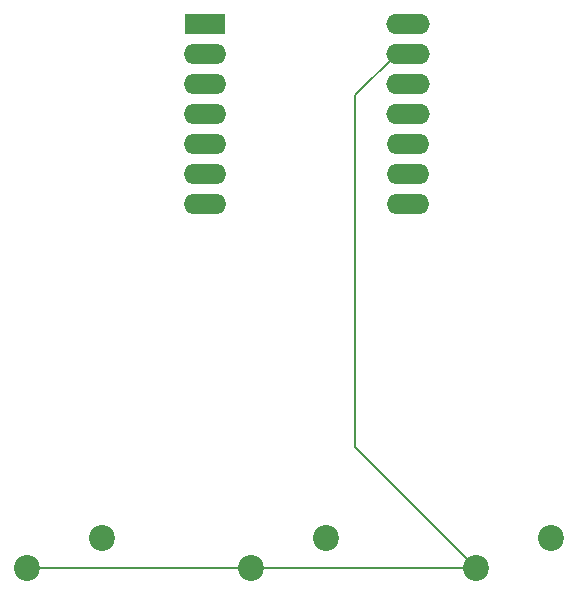
<source format=gbr>
%TF.GenerationSoftware,KiCad,Pcbnew,8.0.5*%
%TF.CreationDate,2024-10-21T21:28:43-05:00*%
%TF.ProjectId,macropad,6d616372-6f70-4616-942e-6b696361645f,rev?*%
%TF.SameCoordinates,Original*%
%TF.FileFunction,Copper,L1,Top*%
%TF.FilePolarity,Positive*%
%FSLAX46Y46*%
G04 Gerber Fmt 4.6, Leading zero omitted, Abs format (unit mm)*
G04 Created by KiCad (PCBNEW 8.0.5) date 2024-10-21 21:28:43*
%MOMM*%
%LPD*%
G01*
G04 APERTURE LIST*
%TA.AperFunction,ComponentPad*%
%ADD10C,2.200000*%
%TD*%
%TA.AperFunction,ComponentPad*%
%ADD11R,3.500000X1.700000*%
%TD*%
%TA.AperFunction,ComponentPad*%
%ADD12O,3.600000X1.700000*%
%TD*%
%TA.AperFunction,ComponentPad*%
%ADD13O,3.700000X1.700000*%
%TD*%
%TA.AperFunction,Conductor*%
%ADD14C,0.200000*%
%TD*%
G04 APERTURE END LIST*
D10*
%TO.P,SW1,1,1*%
%TO.N,Net-(U1-PA6_A10_D10_MOSI)*%
X123540000Y-99420000D03*
%TO.P,SW1,2,2*%
%TO.N,GND*%
X117190000Y-101960000D03*
%TD*%
%TO.P,SW3,1,1*%
%TO.N,Net-(U1-PA7_A8_D8_SCK)*%
X161540000Y-99420000D03*
%TO.P,SW3,2,2*%
%TO.N,GND*%
X155190000Y-101960000D03*
%TD*%
D11*
%TO.P,U1,1,PA02_A0_D0*%
%TO.N,unconnected-(U1-PA02_A0_D0-Pad1)*%
X132250000Y-55880000D03*
D12*
%TO.P,U1,2,PA4_A1_D1*%
%TO.N,unconnected-(U1-PA4_A1_D1-Pad2)*%
X132250000Y-58420000D03*
%TO.P,U1,3,PA10_A2_D2*%
%TO.N,unconnected-(U1-PA10_A2_D2-Pad3)*%
X132250000Y-60960000D03*
%TO.P,U1,4,PA11_A3_D3*%
%TO.N,unconnected-(U1-PA11_A3_D3-Pad4)*%
X132250000Y-63500000D03*
%TO.P,U1,5,PA8_A4_D4_SDA*%
%TO.N,unconnected-(U1-PA8_A4_D4_SDA-Pad5)*%
X132250000Y-66040000D03*
%TO.P,U1,6,PA9_A5_D5_SCL*%
%TO.N,unconnected-(U1-PA9_A5_D5_SCL-Pad6)*%
X132250000Y-68580000D03*
%TO.P,U1,7,PB08_A6_D6_TX*%
%TO.N,unconnected-(U1-PB08_A6_D6_TX-Pad7)*%
X132250000Y-71120000D03*
%TO.P,U1,8,PB09_A7_D7_RX*%
%TO.N,unconnected-(U1-PB09_A7_D7_RX-Pad8)*%
X149500000Y-71120000D03*
%TO.P,U1,9,PA7_A8_D8_SCK*%
%TO.N,Net-(U1-PA7_A8_D8_SCK)*%
X149500000Y-68580000D03*
%TO.P,U1,10,PA5_A9_D9_MISO*%
%TO.N,Net-(U1-PA5_A9_D9_MISO)*%
X149500000Y-66040000D03*
D13*
%TO.P,U1,11,PA6_A10_D10_MOSI*%
%TO.N,Net-(U1-PA6_A10_D10_MOSI)*%
X149500000Y-63500000D03*
%TO.P,U1,12,3V3*%
%TO.N,+3.3V*%
X149500000Y-60960000D03*
%TO.P,U1,13,GND*%
%TO.N,GND*%
X149500000Y-58420000D03*
%TO.P,U1,14,5V*%
%TO.N,unconnected-(U1-5V-Pad14)*%
X149500000Y-55880000D03*
%TD*%
D10*
%TO.P,SW2,1,1*%
%TO.N,Net-(U1-PA5_A9_D9_MISO)*%
X142540000Y-99420000D03*
%TO.P,SW2,2,2*%
%TO.N,GND*%
X136190000Y-101960000D03*
%TD*%
D14*
%TO.N,GND*%
X117190000Y-101960000D02*
X136190000Y-101960000D01*
X145000000Y-91770000D02*
X145000000Y-61920000D01*
X155190000Y-101960000D02*
X145000000Y-91770000D01*
X145000000Y-61920000D02*
X148500000Y-58420000D01*
X136190000Y-101960000D02*
X155190000Y-101960000D01*
%TD*%
M02*

</source>
